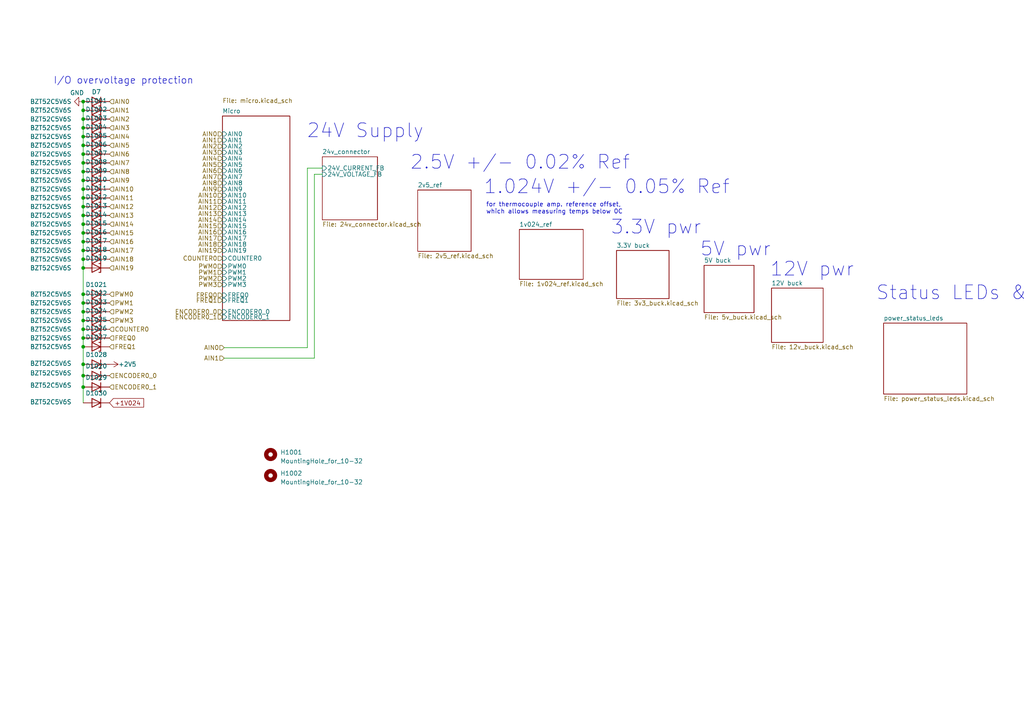
<source format=kicad_sch>
(kicad_sch (version 20231120) (generator "eeschema") (generator_version "8.0")
  (paper "A4")
  (lib_symbols
    (symbol "Device:D_Zener" (pin_numbers hide) (pin_names (offset 1.016) hide)
      (property "Reference" "D" (at 0 2.54 0))
      (property "Value" "D_Zener" (at 0 -2.54 0))
      (symbol "D_Zener_0_1"
        (polyline (pts (xy 1.27 0) (xy -1.27 0)))
        (polyline (pts (xy -1.27 -1.27) (xy -1.27 1.27) (xy -0.762 1.27)) (stroke (width 0.254)))
        (polyline (pts (xy 1.27 -1.27) (xy 1.27 1.27) (xy -1.27 0) (xy 1.27 -1.27)) (stroke (width 0.254)))
      )
      (symbol "D_Zener_1_1"
        (pin passive line (at -3.81 0 0) (length 2.54) (name "K") (number "1"))
        (pin passive line (at 3.81 0 180) (length 2.54) (name "A") (number "2"))
      )
    )
    (symbol "Mechanical:MountingHole" (pin_names (offset 1.016))
      (property "Reference" "H" (at 0 5.08 0))
      (property "Value" "MountingHole" (at 0 3.175 0))
      (symbol "MountingHole_0_1"
        (circle (center 0 0) (radius 1.27) (stroke (width 1.27)))
      )
    )
    (symbol "power:+2V5" (power) (pin_names (offset 0))
      (property "Value" "+2V5" (at 0 3.556 0))
      (symbol "+2V5_0_1"
        (polyline (pts (xy -0.762 1.27) (xy 0 2.54)))
        (polyline (pts (xy 0 0) (xy 0 2.54)))
        (polyline (pts (xy 0 2.54) (xy 0.762 1.27)))
      )
      (symbol "+2V5_1_1"
        (pin power_in line (at 0 0 90) (length 0) hide (name "+2V5") (number "1"))
      )
    )
    (symbol "power:GND" (power) (pin_names (offset 0))
      (property "Value" "GND" (at 0 -3.81 0))
      (symbol "GND_0_1"
        (polyline (pts (xy 0 0) (xy 0 -1.27) (xy 1.27 -1.27) (xy 0 -2.54) (xy -1.27 -1.27) (xy 0 -1.27)))
      )
      (symbol "GND_1_1"
        (pin power_in line (at 0 0 270) (length 0) hide (name "GND") (number "1"))
      )
    )
  )
  (junction (at 24.13 57.404))
  (junction (at 24.13 59.944))
  (junction (at 24.13 70.104))
  (junction (at 24.13 72.644))
  (junction (at 24.13 39.624))
  (junction (at 24.13 42.164))
  (junction (at 24.13 49.784))
  (junction (at 24.13 98.044))
  (junction (at 24.13 52.324))
  (junction (at 24.13 108.966))
  (junction (at 24.13 77.724))
  (junction (at 24.13 112.268))
  (junction (at 24.13 75.184))
  (junction (at 24.13 54.864))
  (junction (at 24.13 87.884))
  (junction (at 24.13 95.504))
  (junction (at 24.13 90.424))
  (junction (at 24.13 47.244))
  (junction (at 24.13 105.664))
  (junction (at 24.13 100.584))
  (junction (at 24.13 32.004))
  (junction (at 24.13 62.484))
  (junction (at 24.13 44.704))
  (junction (at 24.13 85.344))
  (junction (at 24.13 34.544))
  (junction (at 24.13 37.084))
  (junction (at 24.13 92.964))
  (junction (at 24.13 65.024))
  (junction (at 24.13 67.564))
  (junction (at 24.13 29.464))
  (wire (pts (xy 89.154 48.768) (xy 89.154 100.838)))
  (wire (pts (xy 24.13 47.244) (xy 24.13 49.784)))
  (wire (pts (xy 24.13 108.966) (xy 24.13 112.268)))
  (wire (pts (xy 91.186 103.886) (xy 65.024 103.886)))
  (wire (pts (xy 24.13 85.344) (xy 24.13 87.884)))
  (wire (pts (xy 24.13 92.964) (xy 24.13 95.504)))
  (wire (pts (xy 24.13 59.944) (xy 24.13 62.484)))
  (wire (pts (xy 24.13 29.464) (xy 24.13 32.004)))
  (wire (pts (xy 89.154 48.768) (xy 93.472 48.768)))
  (wire (pts (xy 24.13 95.504) (xy 24.13 98.044)))
  (wire (pts (xy 24.13 100.584) (xy 24.13 105.664)))
  (wire (pts (xy 24.13 34.544) (xy 24.13 37.084)))
  (wire (pts (xy 24.13 42.164) (xy 24.13 44.704)))
  (wire (pts (xy 65.024 100.838) (xy 89.154 100.838)))
  (wire (pts (xy 24.13 105.664) (xy 24.13 108.966)))
  (wire (pts (xy 24.13 49.784) (xy 24.13 52.324)))
  (wire (pts (xy 24.13 54.864) (xy 24.13 57.404)))
  (wire (pts (xy 24.13 72.644) (xy 24.13 75.184)))
  (wire (pts (xy 93.472 50.546) (xy 91.186 50.546)))
  (wire (pts (xy 24.13 57.404) (xy 24.13 59.944)))
  (wire (pts (xy 24.13 39.624) (xy 24.13 42.164)))
  (wire (pts (xy 24.13 62.484) (xy 24.13 65.024)))
  (wire (pts (xy 24.13 65.024) (xy 24.13 67.564)))
  (wire (pts (xy 24.13 77.724) (xy 24.13 85.344)))
  (wire (pts (xy 24.13 70.104) (xy 24.13 72.644)))
  (wire (pts (xy 24.13 32.004) (xy 24.13 34.544)))
  (wire (pts (xy 24.13 90.424) (xy 24.13 92.964)))
  (wire (pts (xy 24.13 98.044) (xy 24.13 100.584)))
  (wire (pts (xy 24.13 67.564) (xy 24.13 70.104)))
  (wire (pts (xy 24.13 75.184) (xy 24.13 77.724)))
  (wire (pts (xy 24.13 112.268) (xy 24.13 116.84)))
  (wire (pts (xy 24.13 87.884) (xy 24.13 90.424)))
  (wire (pts (xy 24.13 52.324) (xy 24.13 54.864)))
  (wire (pts (xy 91.186 50.546) (xy 91.186 103.886)))
  (wire (pts (xy 24.13 44.704) (xy 24.13 47.244)))
  (wire (pts (xy 24.13 37.084) (xy 24.13 39.624)))
  (text "3.3V pwr" (at 177.038 68.326 0) (effects (font (size 4 4)) (justify left bottom)))
  (text "I/O overvoltage protection" (at 15.494 24.638 0) (effects (font (size 2 2)) (justify left bottom)))
  (text "24V Supply" (at 88.9 40.386 0) (effects (font (size 4 4)) (justify left bottom)))
  (text "2.5V +/- 0.02% Ref" (at 118.872 49.53 0) (effects (font (size 4 4)) (justify left bottom)))
  (text "12V pwr" (at 223.266 80.518 0) (effects (font (size 4 4)) (justify left bottom)))
  (text "5V pwr" (at 202.946 74.676 0) (effects (font (size 4 4)) (justify left bottom)))
  (text "1.024V +/- 0.05% Ref" (at 140.208 56.642 0) (effects (font (size 4 4)) (justify left bottom)))
  (text "for thermocouple amp. reference offset,\nwhich allows measuring temps below 0C" (at 140.97 62.23 0) (effects (font (size 1.27 1.27)) (justify left bottom)))
  (text "Status LEDs & Testpoints" (at 254 87.376 0) (effects (font (size 4 4)) (justify left bottom)))
  (global_label "+1V024" (shape input) (at 31.75 116.84 0) (property "Intersheetrefs" "${INTERSHEET_REFS}" (effects (hide yes))))
  (hierarchical_label "ENCODER0_1" (shape input) (at 64.516 91.948 180))
  (hierarchical_label "ENCODER0_0" (shape input) (at 31.75 108.966 0))
  (hierarchical_label "AIN16" (shape input) (at 31.75 70.104 0))
  (hierarchical_label "FREQ0" (shape input) (at 31.75 98.044 0))
  (hierarchical_label "AIN16" (shape input) (at 64.516 67.31 180))
  (hierarchical_label "AIN18" (shape input) (at 64.516 70.866 180))
  (hierarchical_label "COUNTER0" (shape input) (at 31.75 95.504 0))
  (hierarchical_label "AIN13" (shape input) (at 64.516 61.976 180))
  (hierarchical_label "AIN4" (shape input) (at 64.516 45.974 180))
  (hierarchical_label "PWM1" (shape input) (at 31.75 87.884 0))
  (hierarchical_label "PWM3" (shape input) (at 64.516 82.55 180))
  (hierarchical_label "AIN7" (shape input) (at 31.75 47.244 0))
  (hierarchical_label "AIN13" (shape input) (at 31.75 62.484 0))
  (hierarchical_label "AIN14" (shape input) (at 31.75 65.024 0))
  (hierarchical_label "ENCODER0_0" (shape input) (at 64.516 90.424 180))
  (hierarchical_label "AIN15" (shape input) (at 31.75 67.564 0))
  (hierarchical_label "AIN9" (shape input) (at 64.516 54.864 180))
  (hierarchical_label "AIN0" (shape input) (at 31.75 29.464 0))
  (hierarchical_label "AIN1" (shape input) (at 64.516 40.64 180))
  (hierarchical_label "AIN8" (shape input) (at 64.516 53.086 180))
  (hierarchical_label "AIN18" (shape input) (at 31.75 75.184 0))
  (hierarchical_label "AIN10" (shape input) (at 64.516 56.642 180))
  (hierarchical_label "AIN11" (shape input) (at 31.75 57.404 0))
  (hierarchical_label "AIN9" (shape input) (at 31.75 52.324 0))
  (hierarchical_label "AIN2" (shape input) (at 64.516 42.418 180))
  (hierarchical_label "ENCODER0_1" (shape input) (at 31.75 112.268 0))
  (hierarchical_label "FREQ1" (shape input) (at 31.75 100.584 0))
  (hierarchical_label "PWM1" (shape input) (at 64.516 78.994 180))
  (hierarchical_label "AIN5" (shape input) (at 64.516 47.752 180))
  (hierarchical_label "PWM0" (shape input) (at 64.516 77.216 180))
  (hierarchical_label "AIN19" (shape input) (at 31.75 77.724 0))
  (hierarchical_label "AIN14" (shape input) (at 64.516 63.754 180))
  (hierarchical_label "AIN17" (shape input) (at 64.516 69.088 180))
  (hierarchical_label "PWM2" (shape input) (at 31.75 90.424 0))
  (hierarchical_label "AIN17" (shape input) (at 31.75 72.644 0))
  (hierarchical_label "AIN15" (shape input) (at 64.516 65.532 180))
  (hierarchical_label "AIN1" (shape input) (at 31.75 32.004 0))
  (hierarchical_label "AIN10" (shape input) (at 31.75 54.864 0))
  (hierarchical_label "AIN3" (shape input) (at 31.75 37.084 0))
  (hierarchical_label "PWM0" (shape input) (at 31.75 85.344 0))
  (hierarchical_label "AIN5" (shape input) (at 31.75 42.164 0))
  (hierarchical_label "AIN6" (shape input) (at 31.75 44.704 0))
  (hierarchical_label "AIN4" (shape input) (at 31.75 39.624 0))
  (hierarchical_label "PWM2" (shape input) (at 64.516 80.772 180))
  (hierarchical_label "AIN6" (shape input) (at 64.516 49.53 180))
  (hierarchical_label "AIN7" (shape input) (at 64.516 51.308 180))
  (hierarchical_label "AIN12" (shape input) (at 64.516 60.198 180))
  (hierarchical_label "AIN19" (shape input) (at 64.516 72.644 180))
  (hierarchical_label "AIN12" (shape input) (at 31.75 59.944 0))
  (hierarchical_label "FREQ0" (shape input) (at 64.516 85.598 180))
  (hierarchical_label "AIN0" (shape input) (at 65.024 100.838 180))
  (hierarchical_label "AIN3" (shape input) (at 64.516 44.196 180))
  (hierarchical_label "AIN1" (shape input) (at 65.024 103.886 180))
  (hierarchical_label "COUNTER0" (shape input) (at 64.516 74.93 180))
  (hierarchical_label "AIN2" (shape input) (at 31.75 34.544 0))
  (hierarchical_label "AIN0" (shape input) (at 64.516 38.862 180))
  (hierarchical_label "FREQ1" (shape input) (at 64.516 87.122 180))
  (hierarchical_label "AIN8" (shape input) (at 31.75 49.784 0))
  (hierarchical_label "AIN11" (shape input) (at 64.516 58.42 180))
  (hierarchical_label "PWM3" (shape input) (at 31.75 92.964 0))
  (symbol (lib_id "Device:D_Zener") (at 27.94 37.084 180) (unit 1)
    (property "Reference" "D1003" (at 27.94 34.29 0))
    (property "Value" "BZT52C5V6S" (at 14.732 37.084 0))
    (property "Footprint" "Diode_SMD:D_SOD-323" (effects (hide yes)))
    (property "LCSC" "C5184420" (effects (hide yes)))
  )
  (symbol (lib_id "Device:D_Zener") (at 27.94 72.644 180) (unit 1)
    (property "Reference" "D1017" (at 27.94 69.85 0))
    (property "Value" "BZT52C5V6S" (at 14.732 72.644 0))
    (property "Footprint" "Diode_SMD:D_SOD-323" (effects (hide yes)))
    (property "LCSC" "C5184420" (effects (hide yes)))
  )
  (symbol (lib_id "Device:D_Zener") (at 27.94 70.104 180) (unit 1)
    (property "Reference" "D1016" (at 27.94 67.31 0))
    (property "Value" "BZT52C5V6S" (at 14.732 70.104 0))
    (property "Footprint" "Diode_SMD:D_SOD-323" (effects (hide yes)))
    (property "LCSC" "C5184420" (effects (hide yes)))
  )
  (symbol (lib_id "Device:D_Zener") (at 27.94 108.966 180) (unit 1)
    (property "Reference" "D1020" (at 27.94 106.172 0))
    (property "Value" "BZT52C5V6S" (at 14.732 108.204 0))
    (property "Footprint" "Diode_SMD:D_SOD-323" (effects (hide yes)))
    (property "LCSC" "C5184420" (effects (hide yes)))
  )
  (symbol (lib_id "Mechanical:MountingHole") (at 78.486 131.826 0) (unit 1) (in_bom no)
    (property "Reference" "H1001" (at 81.28 131.191 0) (effects (justify left)))
    (property "Value" "MountingHole_for_10-32" (at 81.28 133.731 0) (effects (justify left)))
    (property "Footprint" "MountingHole:MountingHole_5mm" (effects (hide yes)))
  )
  (symbol (lib_id "Device:D_Zener") (at 27.94 29.464 180) (unit 1)
    (property "Reference" "D7" (at 27.94 26.67 0))
    (property "Value" "BZT52C5V6S" (at 14.732 29.464 0))
    (property "Footprint" "Diode_SMD:D_SOD-323" (effects (hide yes)))
    (property "LCSC" "C5184420" (effects (hide yes)))
  )
  (symbol (lib_id "Device:D_Zener") (at 27.94 42.164 180) (unit 1)
    (property "Reference" "D1005" (at 27.94 39.37 0))
    (property "Value" "BZT52C5V6S" (at 14.732 42.164 0))
    (property "Footprint" "Diode_SMD:D_SOD-323" (effects (hide yes)))
    (property "LCSC" "C5184420" (effects (hide yes)))
  )
  (symbol (lib_id "Device:D_Zener") (at 27.94 65.024 180) (unit 1)
    (property "Reference" "D1014" (at 27.94 62.23 0))
    (property "Value" "BZT52C5V6S" (at 14.732 65.024 0))
    (property "Footprint" "Diode_SMD:D_SOD-323" (effects (hide yes)))
    (property "LCSC" "C5184420" (effects (hide yes)))
  )
  (symbol (lib_id "Device:D_Zener") (at 27.94 75.184 180) (unit 1)
    (property "Reference" "D1018" (at 27.94 72.39 0))
    (property "Value" "BZT52C5V6S" (at 14.732 75.184 0))
    (property "Footprint" "Diode_SMD:D_SOD-323" (effects (hide yes)))
    (property "LCSC" "C5184420" (effects (hide yes)))
  )
  (symbol (lib_id "Device:D_Zener") (at 27.94 92.964 180) (unit 1)
    (property "Reference" "D1024" (at 27.94 90.17 0))
    (property "Value" "BZT52C5V6S" (at 14.732 92.964 0))
    (property "Footprint" "Diode_SMD:D_SOD-323" (effects (hide yes)))
    (property "LCSC" "C5184420" (effects (hide yes)))
  )
  (symbol (lib_id "Device:D_Zener") (at 27.94 77.724 180) (unit 1)
    (property "Reference" "D1019" (at 27.94 74.93 0))
    (property "Value" "BZT52C5V6S" (at 14.732 77.724 0))
    (property "Footprint" "Diode_SMD:D_SOD-323" (effects (hide yes)))
    (property "LCSC" "C5184420" (effects (hide yes)))
  )
  (symbol (lib_id "power:+2V5") (at 31.75 105.664 270) (unit 1)
    (property "Reference" "#PWR01" (effects (hide yes)))
    (property "Value" "+2V5" (at 34.29 105.664 90) (effects (justify left)))
  )
  (symbol (lib_id "Device:D_Zener") (at 27.94 62.484 180) (unit 1)
    (property "Reference" "D1013" (at 27.94 59.69 0))
    (property "Value" "BZT52C5V6S" (at 14.732 62.484 0))
    (property "Footprint" "Diode_SMD:D_SOD-323" (effects (hide yes)))
    (property "LCSC" "C5184420" (effects (hide yes)))
  )
  (symbol (lib_id "Mechanical:MountingHole") (at 78.486 137.922 0) (unit 1) (in_bom no)
    (property "Reference" "H1002" (at 81.28 137.287 0) (effects (justify left)))
    (property "Value" "MountingHole_for_10-32" (at 81.28 139.827 0) (effects (justify left)))
    (property "Footprint" "MountingHole:MountingHole_5mm" (effects (hide yes)))
  )
  (symbol (lib_id "Device:D_Zener") (at 27.94 44.704 180) (unit 1)
    (property "Reference" "D1006" (at 27.94 41.91 0))
    (property "Value" "BZT52C5V6S" (at 14.732 44.704 0))
    (property "Footprint" "Diode_SMD:D_SOD-323" (effects (hide yes)))
    (property "LCSC" "C5184420" (effects (hide yes)))
  )
  (symbol (lib_id "Device:D_Zener") (at 27.94 85.344 180) (unit 1)
    (property "Reference" "D1021" (at 27.94 82.55 0))
    (property "Value" "BZT52C5V6S" (at 14.732 85.344 0))
    (property "Footprint" "Diode_SMD:D_SOD-323" (effects (hide yes)))
    (property "LCSC" "C5184420" (effects (hide yes)))
  )
  (symbol (lib_id "Device:D_Zener") (at 27.94 87.884 180) (unit 1)
    (property "Reference" "D1022" (at 27.94 85.09 0))
    (property "Value" "BZT52C5V6S" (at 14.732 87.884 0))
    (property "Footprint" "Diode_SMD:D_SOD-323" (effects (hide yes)))
    (property "LCSC" "C5184420" (effects (hide yes)))
  )
  (symbol (lib_id "Device:D_Zener") (at 27.94 32.004 180) (unit 1)
    (property "Reference" "D1001" (at 27.94 29.21 0))
    (property "Value" "BZT52C5V6S" (at 14.732 32.004 0))
    (property "Footprint" "Diode_SMD:D_SOD-323" (effects (hide yes)))
    (property "LCSC" "C5184420" (effects (hide yes)))
  )
  (symbol (lib_id "power:GND") (at 24.13 29.464 270) (unit 1)
    (property "Reference" "#PWR0101" (effects (hide yes)))
    (property "Value" "GND" (at 24.384 26.924 90) (effects (justify right)))
  )
  (symbol (lib_id "Device:D_Zener") (at 27.94 54.864 180) (unit 1)
    (property "Reference" "D1010" (at 27.94 52.07 0))
    (property "Value" "BZT52C5V6S" (at 14.732 54.864 0))
    (property "Footprint" "Diode_SMD:D_SOD-323" (effects (hide yes)))
    (property "LCSC" "C5184420" (effects (hide yes)))
  )
  (symbol (lib_id "Device:D_Zener") (at 27.94 39.624 180) (unit 1)
    (property "Reference" "D1004" (at 27.94 36.83 0))
    (property "Value" "BZT52C5V6S" (at 14.732 39.624 0))
    (property "Footprint" "Diode_SMD:D_SOD-323" (effects (hide yes)))
    (property "LCSC" "C5184420" (effects (hide yes)))
  )
  (symbol (lib_id "Device:D_Zener") (at 27.94 52.324 180) (unit 1)
    (property "Reference" "D1009" (at 27.94 49.53 0))
    (property "Value" "BZT52C5V6S" (at 14.732 52.324 0))
    (property "Footprint" "Diode_SMD:D_SOD-323" (effects (hide yes)))
    (property "LCSC" "C5184420" (effects (hide yes)))
  )
  (symbol (lib_id "Device:D_Zener") (at 27.94 116.84 180) (unit 1)
    (property "Reference" "D1030" (at 27.94 114.046 0))
    (property "Value" "BZT52C5V6S" (at 14.732 116.586 0))
    (property "Footprint" "Diode_SMD:D_SOD-323" (effects (hide yes)))
    (property "LCSC" "C5184420" (effects (hide yes)))
  )
  (symbol (lib_id "Device:D_Zener") (at 27.94 67.564 180) (unit 1)
    (property "Reference" "D1015" (at 27.94 64.77 0))
    (property "Value" "BZT52C5V6S" (at 14.732 67.564 0))
    (property "Footprint" "Diode_SMD:D_SOD-323" (effects (hide yes)))
    (property "LCSC" "C5184420" (effects (hide yes)))
  )
  (symbol (lib_id "Device:D_Zener") (at 27.94 105.664 180) (unit 1)
    (property "Reference" "D1028" (at 27.94 102.87 0))
    (property "Value" "BZT52C5V6S" (at 14.732 105.41 0))
    (property "Footprint" "Diode_SMD:D_SOD-323" (effects (hide yes)))
    (property "LCSC" "C5184420" (effects (hide yes)))
  )
  (symbol (lib_id "Device:D_Zener") (at 27.94 95.504 180) (unit 1)
    (property "Reference" "D1025" (at 27.94 92.71 0))
    (property "Value" "BZT52C5V6S" (at 14.732 95.504 0))
    (property "Footprint" "Diode_SMD:D_SOD-323" (effects (hide yes)))
    (property "LCSC" "C5184420" (effects (hide yes)))
  )
  (symbol (lib_id "Device:D_Zener") (at 27.94 100.584 180) (unit 1)
    (property "Reference" "D1027" (at 27.94 97.79 0))
    (property "Value" "BZT52C5V6S" (at 14.732 100.584 0))
    (property "Footprint" "Diode_SMD:D_SOD-323" (effects (hide yes)))
    (property "LCSC" "C5184420" (effects (hide yes)))
  )
  (symbol (lib_id "Device:D_Zener") (at 27.94 34.544 180) (unit 1)
    (property "Reference" "D1002" (at 27.94 31.75 0))
    (property "Value" "BZT52C5V6S" (at 14.732 34.544 0))
    (property "Footprint" "Diode_SMD:D_SOD-323" (effects (hide yes)))
    (property "LCSC" "C5184420" (effects (hide yes)))
  )
  (symbol (lib_id "Device:D_Zener") (at 27.94 59.944 180) (unit 1)
    (property "Reference" "D1012" (at 27.94 57.15 0))
    (property "Value" "BZT52C5V6S" (at 14.732 59.944 0))
    (property "Footprint" "Diode_SMD:D_SOD-323" (effects (hide yes)))
    (property "LCSC" "C5184420" (effects (hide yes)))
  )
  (symbol (lib_id "Device:D_Zener") (at 27.94 90.424 180) (unit 1)
    (property "Reference" "D1023" (at 27.94 87.63 0))
    (property "Value" "BZT52C5V6S" (at 14.732 90.424 0))
    (property "Footprint" "Diode_SMD:D_SOD-323" (effects (hide yes)))
    (property "LCSC" "C5184420" (effects (hide yes)))
  )
  (symbol (lib_id "Device:D_Zener") (at 27.94 98.044 180) (unit 1)
    (property "Reference" "D1026" (at 27.94 95.25 0))
    (property "Value" "BZT52C5V6S" (at 14.732 98.044 0))
    (property "Footprint" "Diode_SMD:D_SOD-323" (effects (hide yes)))
    (property "LCSC" "C5184420" (effects (hide yes)))
  )
  (symbol (lib_id "Device:D_Zener") (at 27.94 49.784 180) (unit 1)
    (property "Reference" "D1008" (at 27.94 46.99 0))
    (property "Value" "BZT52C5V6S" (at 14.732 49.784 0))
    (property "Footprint" "Diode_SMD:D_SOD-323" (effects (hide yes)))
    (property "LCSC" "C5184420" (effects (hide yes)))
  )
  (symbol (lib_id "Device:D_Zener") (at 27.94 112.268 180) (unit 1)
    (property "Reference" "D1029" (at 27.94 109.474 0))
    (property "Value" "BZT52C5V6S" (at 14.732 111.76 0))
    (property "Footprint" "Diode_SMD:D_SOD-323" (effects (hide yes)))
    (property "LCSC" "C5184420" (effects (hide yes)))
  )
  (symbol (lib_id "Device:D_Zener") (at 27.94 57.404 180) (unit 1)
    (property "Reference" "D1011" (at 27.94 54.61 0))
    (property "Value" "BZT52C5V6S" (at 14.732 57.404 0))
    (property "Footprint" "Diode_SMD:D_SOD-323" (effects (hide yes)))
    (property "LCSC" "C5184420" (effects (hide yes)))
  )
  (symbol (lib_id "Device:D_Zener") (at 27.94 47.244 180) (unit 1)
    (property "Reference" "D1007" (at 27.94 44.45 0))
    (property "Value" "BZT52C5V6S" (at 14.732 47.244 0))
    (property "Footprint" "Diode_SMD:D_SOD-323" (effects (hide yes)))
    (property "LCSC" "C5184420" (effects (hide yes)))
  )
  (sheet (at 93.472 45.466) (size 16.002 18.288) (stroke (width 0.1524))
    (property "Sheetname" "24v_connector" (at 93.472 44.7544 0) (effects (justify left bottom)))
    (property "Sheetfile" "24v_connector.kicad_sch" (at 93.472 64.3386 0) (effects (justify left top)))
    (pin "24V_CURRENT_FB" input (at 93.472 48.768 180))
    (pin "24V_VOLTAGE_FB" input (at 93.472 50.546 180))
  )
  (sheet (at 64.516 33.655) (size 19.558 59.309) (stroke (width 0.1524))
    (property "Sheetname" "Micro" (at 64.516 32.9434 0) (effects (justify left bottom)))
    (property "Sheetfile" "micro.kicad_sch" (at 64.516 28.448 0) (effects (justify left top)))
    (pin "AIN0" input (at 64.516 38.862 180))
    (pin "AIN11" input (at 64.516 58.42 180))
    (pin "AIN10" input (at 64.516 56.642 180))
    (pin "AIN8" input (at 64.516 53.086 180))
    (pin "AIN9" input (at 64.516 54.864 180))
    (pin "AIN5" input (at 64.516 47.752 180))
    (pin "AIN6" input (at 64.516 49.53 180))
    (pin "AIN4" input (at 64.516 45.974 180))
    (pin "AIN7" input (at 64.516 51.308 180))
    (pin "AIN14" input (at 64.516 63.754 180))
    (pin "AIN15" input (at 64.516 65.532 180))
    (pin "AIN13" input (at 64.516 61.976 180))
    (pin "AIN12" input (at 64.516 60.198 180))
    (pin "PWM1" input (at 64.516 78.994 180))
    (pin "AIN16" input (at 64.516 67.31 180))
    (pin "AIN2" input (at 64.516 42.418 180))
    (pin "AIN3" input (at 64.516 44.196 180))
    (pin "AIN1" input (at 64.516 40.64 180))
    (pin "FREQ0" input (at 64.516 85.598 180))
    (pin "PWM3" input (at 64.516 82.55 180))
    (pin "PWM2" input (at 64.516 80.772 180))
    (pin "FREQ1" input (at 64.516 87.122 180))
    (pin "AIN17" input (at 64.516 69.088 180))
    (pin "AIN19" input (at 64.516 72.644 180))
    (pin "AIN18" input (at 64.516 70.866 180))
    (pin "ENCODER0_0" input (at 64.516 90.424 180))
    (pin "ENCODER0_1" input (at 64.516 91.948 180))
    (pin "PWM0" input (at 64.516 77.216 180))
    (pin "COUNTER0" input (at 64.516 74.93 180))
  )
  (sheet (at 121.158 55.118) (size 15.494 17.78) (stroke (width 0.1524))
    (property "Sheetname" "2v5_ref" (at 121.158 54.4064 0) (effects (justify left bottom)))
    (property "Sheetfile" "2v5_ref.kicad_sch" (at 121.158 73.4826 0) (effects (justify left top)))
  )
  (sheet (at 150.622 66.548) (size 18.542 14.478) (stroke (width 0.1524))
    (property "Sheetname" "1v024_ref" (at 150.622 65.8364 0) (effects (justify left bottom)))
    (property "Sheetfile" "1v024_ref.kicad_sch" (at 150.622 81.6106 0) (effects (justify left top)))
  )
  (sheet (at 204.216 76.962) (size 14.478 13.716) (stroke (width 0.1524))
    (property "Sheetname" "5V buck" (at 204.216 76.2504 0) (effects (justify left bottom)))
    (property "Sheetfile" "5v_buck.kicad_sch" (at 204.216 91.2626 0) (effects (justify left top)))
  )
  (sheet (at 223.774 83.566) (size 14.986 15.748) (stroke (width 0.1524))
    (property "Sheetname" "12V buck" (at 223.774 82.8544 0) (effects (justify left bottom)))
    (property "Sheetfile" "12v_buck.kicad_sch" (at 223.774 99.8986 0) (effects (justify left top)))
  )
  (sheet (at 178.816 72.644) (size 15.24 13.97) (stroke (width 0.1524))
    (property "Sheetname" "3.3V buck" (at 178.816 71.9324 0) (effects (justify left bottom)))
    (property "Sheetfile" "3v3_buck.kicad_sch" (at 178.816 87.1986 0) (effects (justify left top)))
  )
  (sheet (at 256.286 93.726) (size 24.13 20.574) (stroke (width 0.1524))
    (property "Sheetname" "power_status_leds" (at 256.286 93.0144 0) (effects (justify left bottom)))
    (property "Sheetfile" "power_status_leds.kicad_sch" (at 256.286 114.8846 0) (effects (justify left top)))
  )
)
</source>
